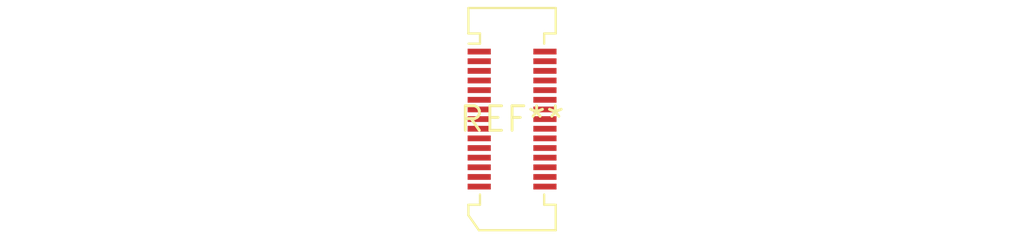
<source format=kicad_pcb>
(kicad_pcb (version 20240108) (generator pcbnew)
  (layers (0 "F.Cu" signal) (31 "B.Cu" signal) (34 "B.Paste" user) (35 "F.Paste" user) (36 "B.SilkS" user "B.Silkscreen") (37 "F.SilkS" user "F.Silkscreen") (38 "B.Mask" user) (39 "F.Mask" user) (44 "Edge.Cuts" user))
  (net 0 "")
  (footprint "Molex_SlimStack_53748-0308_2x15_P0.50mm_Vertical" (layer "F.Cu") (at 0 0)
    (property "Reference" "REF**")
    (property "Value" "Molex_SlimStack_53748-0308_2x15_P0.50mm_Vertical")
    (fp_line (start -2.26 -5.76) (end -2.26 -4.44) (layer "F.SilkS") (stroke (width 0.12)))
    (fp_line (start -2.26 -4.44) (end -2.26 -4.44) (layer "F.SilkS") (stroke (width 0.12)))
    (fp_line (start -2.26 -4.44) (end -1.66 -4.44) (layer "F.SilkS") (stroke (width 0.12)))
    (fp_line (start -2.26 4.44) (end -1.66 4.44) (layer "F.SilkS") (stroke (width 0.12)))
    (fp_line (start -2.26 4.984683) (end -2.26 4.44) (layer "F.SilkS") (stroke (width 0.12)))
    (fp_line (start -1.717262 5.76) (end -2.26 4.984683) (layer "F.SilkS") (stroke (width 0.12)))
    (fp_line (start -1.66 -4.44) (end -1.66 -3.91) (layer "F.SilkS") (stroke (width 0.12)))
    (fp_line (start -1.66 -3.91) (end -2.25 -3.91) (layer "F.SilkS") (stroke (width 0.12)))
    (fp_line (start -1.66 4.44) (end -1.66 3.91) (layer "F.SilkS") (stroke (width 0.12)))
    (fp_line (start 1.66 -4.44) (end 2.26 -4.44) (layer "F.SilkS") (stroke (width 0.12)))
    (fp_line (start 1.66 -3.91) (end 1.66 -4.44) (layer "F.SilkS") (stroke (width 0.12)))
    (fp_line (start 1.66 3.91) (end 1.66 4.44) (layer "F.SilkS") (stroke (width 0.12)))
    (fp_line (start 1.66 4.44) (end 2.26 4.44) (layer "F.SilkS") (stroke (width 0.12)))
    (fp_line (start 2.26 -5.76) (end -2.26 -5.76) (layer "F.SilkS") (stroke (width 0.12)))
    (fp_line (start 2.26 -4.44) (end 2.26 -5.76) (layer "F.SilkS") (stroke (width 0.12)))
    (fp_line (start 2.26 4.44) (end 2.26 5.76) (layer "F.SilkS") (stroke (width 0.12)))
    (fp_line (start 2.26 5.76) (end -1.717262 5.76) (layer "F.SilkS") (stroke (width 0.12)))
    (pad "1" smd rect (at -1.7 -3.5) (size 1.2 0.3) (layers "F.Cu" "F.Paste" "F.Mask"))
    (pad "2" smd rect (at 1.7 -3.5) (size 1.2 0.3) (layers "F.Cu" "F.Paste" "F.Mask"))
    (pad "3" smd rect (at -1.7 -3) (size 1.2 0.3) (layers "F.Cu" "F.Paste" "F.Mask"))
    (pad "4" smd rect (at 1.7 -3) (size 1.2 0.3) (layers "F.Cu" "F.Paste" "F.Mask"))
    (pad "5" smd rect (at -1.7 -2.5) (size 1.2 0.3) (layers "F.Cu" "F.Paste" "F.Mask"))
    (pad "6" smd rect (at 1.7 -2.5) (size 1.2 0.3) (layers "F.Cu" "F.Paste" "F.Mask"))
    (pad "7" smd rect (at -1.7 -2) (size 1.2 0.3) (layers "F.Cu" "F.Paste" "F.Mask"))
    (pad "8" smd rect (at 1.7 -2) (size 1.2 0.3) (layers "F.Cu" "F.Paste" "F.Mask"))
    (pad "9" smd rect (at -1.7 -1.5) (size 1.2 0.3) (layers "F.Cu" "F.Paste" "F.Mask"))
    (pad "10" smd rect (at 1.7 -1.5) (size 1.2 0.3) (layers "F.Cu" "F.Paste" "F.Mask"))
    (pad "11" smd rect (at -1.7 -1) (size 1.2 0.3) (layers "F.Cu" "F.Paste" "F.Mask"))
    (pad "12" smd rect (at 1.7 -1) (size 1.2 0.3) (layers "F.Cu" "F.Paste" "F.Mask"))
    (pad "13" smd rect (at -1.7 -0.5) (size 1.2 0.3) (layers "F.Cu" "F.Paste" "F.Mask"))
    (pad "14" smd rect (at 1.7 -0.5) (size 1.2 0.3) (layers "F.Cu" "F.Paste" "F.Mask"))
    (pad "15" smd rect (at -1.7 0) (size 1.2 0.3) (layers "F.Cu" "F.Paste" "F.Mask"))
    (pad "16" smd rect (at 1.7 0) (size 1.2 0.3) (layers "F.Cu" "F.Paste" "F.Mask"))
    (pad "17" smd rect (at -1.7 0.5) (size 1.2 0.3) (layers "F.Cu" "F.Paste" "F.Mask"))
    (pad "18" smd rect (at 1.7 0.5) (size 1.2 0.3) (layers "F.Cu" "F.Paste" "F.Mask"))
    (pad "19" smd rect (at -1.7 1) (size 1.2 0.3) (layers "F.Cu" "F.Paste" "F.Mask"))
    (pad "20" smd rect (at 1.7 1) (size 1.2 0.3) (layers "F.Cu" "F.Paste" "F.Mask"))
    (pad "21" smd rect (at -1.7 1.5) (size 1.2 0.3) (layers "F.Cu" "F.Paste" "F.Mask"))
    (pad "22" smd rect (at 1.7 1.5) (size 1.2 0.3) (layers "F.Cu" "F.Paste" "F.Mask"))
    (pad "23" smd rect (at -1.7 2) (size 1.2 0.3) (layers "F.Cu" "F.Paste" "F.Mask"))
    (pad "24" smd rect (at 1.7 2) (size 1.2 0.3) (layers "F.Cu" "F.Paste" "F.Mask"))
    (pad "25" smd rect (at -1.7 2.5) (size 1.2 0.3) (layers "F.Cu" "F.Paste" "F.Mask"))
    (pad "26" smd rect (at 1.7 2.5) (size 1.2 0.3) (layers "F.Cu" "F.Paste" "F.Mask"))
    (pad "27" smd rect (at -1.7 3) (size 1.2 0.3) (layers "F.Cu" "F.Paste" "F.Mask"))
    (pad "28" smd rect (at 1.7 3) (size 1.2 0.3) (layers "F.Cu" "F.Paste" "F.Mask"))
    (pad "29" smd rect (at -1.7 3.5) (size 1.2 0.3) (layers "F.Cu" "F.Paste" "F.Mask"))
    (pad "30" smd rect (at 1.7 3.5) (size 1.2 0.3) (layers "F.Cu" "F.Paste" "F.Mask"))
  )
)
</source>
